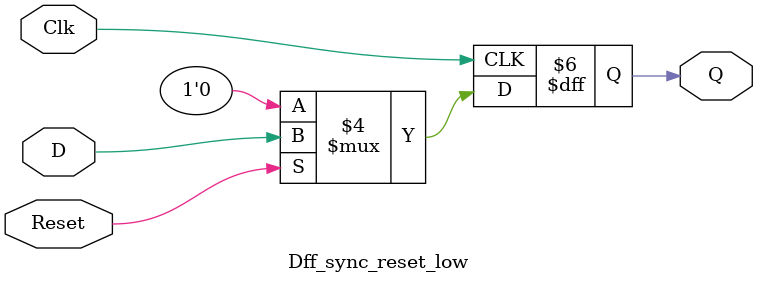
<source format=v>
module Dff_sync_reset_low (
    input D,
    input Clk,
    input Reset,
    output reg Q
);

    always @(posedge Clk) begin
        if (!Reset)
            Q <= 1'b0;
        else
            Q <= D;
    end

endmodule
</source>
